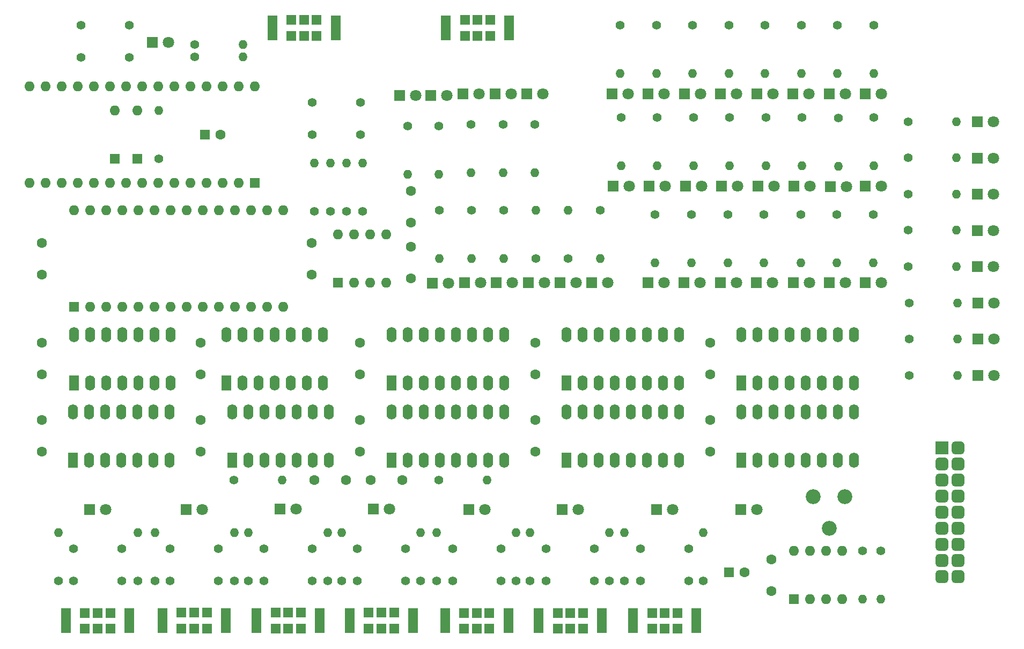
<source format=gbr>
%TF.GenerationSoftware,KiCad,Pcbnew,7.0.7*%
%TF.CreationDate,2024-09-04T09:40:29+02:00*%
%TF.ProjectId,plc14500,706c6331-3435-4303-902e-6b696361645f,rev?*%
%TF.SameCoordinates,Original*%
%TF.FileFunction,Soldermask,Bot*%
%TF.FilePolarity,Negative*%
%FSLAX46Y46*%
G04 Gerber Fmt 4.6, Leading zero omitted, Abs format (unit mm)*
G04 Created by KiCad (PCBNEW 7.0.7) date 2024-09-04 09:40:29*
%MOMM*%
%LPD*%
G01*
G04 APERTURE LIST*
G04 Aperture macros list*
%AMRoundRect*
0 Rectangle with rounded corners*
0 $1 Rounding radius*
0 $2 $3 $4 $5 $6 $7 $8 $9 X,Y pos of 4 corners*
0 Add a 4 corners polygon primitive as box body*
4,1,4,$2,$3,$4,$5,$6,$7,$8,$9,$2,$3,0*
0 Add four circle primitives for the rounded corners*
1,1,$1+$1,$2,$3*
1,1,$1+$1,$4,$5*
1,1,$1+$1,$6,$7*
1,1,$1+$1,$8,$9*
0 Add four rect primitives between the rounded corners*
20,1,$1+$1,$2,$3,$4,$5,0*
20,1,$1+$1,$4,$5,$6,$7,0*
20,1,$1+$1,$6,$7,$8,$9,0*
20,1,$1+$1,$8,$9,$2,$3,0*%
G04 Aperture macros list end*
%ADD10C,1.600000*%
%ADD11R,1.600000X1.600000*%
%ADD12C,1.800000*%
%ADD13R,1.800000X1.800000*%
%ADD14C,1.400000*%
%ADD15O,1.400000X1.400000*%
%ADD16C,2.340000*%
%ADD17R,1.524000X1.524000*%
%ADD18R,1.524000X4.000000*%
%ADD19R,1.600000X2.400000*%
%ADD20O,1.600000X2.400000*%
%ADD21O,1.600000X1.600000*%
%ADD22C,1.397000*%
%ADD23R,2.000000X2.000000*%
%ADD24RoundRect,0.500000X-0.500000X-0.500000X0.500000X-0.500000X0.500000X0.500000X-0.500000X0.500000X0*%
G04 APERTURE END LIST*
D10*
%TO.C,C3*%
X127871000Y-113030000D03*
X127871000Y-108030000D03*
%TD*%
D11*
%TO.C,C4*%
X186095000Y-132080000D03*
D10*
X188595000Y-132080000D03*
%TD*%
%TO.C,C6*%
X183122000Y-108030000D03*
X183122000Y-113030000D03*
%TD*%
D11*
%TO.C,C7*%
X103370000Y-62940000D03*
D10*
X105870000Y-62940000D03*
%TD*%
%TO.C,C8*%
X155497000Y-95805000D03*
X155497000Y-100805000D03*
%TD*%
%TO.C,C9*%
X77620000Y-85025000D03*
X77620000Y-80025000D03*
%TD*%
%TO.C,C10*%
X120220000Y-80025000D03*
X120220000Y-85025000D03*
%TD*%
%TO.C,C11*%
X135890000Y-76835000D03*
X135890000Y-71835000D03*
%TD*%
%TO.C,C12*%
X135890000Y-85645000D03*
X135890000Y-80645000D03*
%TD*%
%TO.C,C13*%
X129510000Y-117510000D03*
X134510000Y-117510000D03*
%TD*%
%TO.C,C14*%
X183122000Y-100805000D03*
X183122000Y-95805000D03*
%TD*%
%TO.C,C16*%
X127871000Y-95805000D03*
X127871000Y-100805000D03*
%TD*%
%TO.C,C17*%
X155497000Y-108030000D03*
X155497000Y-113030000D03*
%TD*%
D12*
%TO.C,D1*%
X177240000Y-122120000D03*
D13*
X174700000Y-122120000D03*
%TD*%
D12*
%TO.C,D2*%
X162340000Y-122120000D03*
D13*
X159800000Y-122120000D03*
%TD*%
D12*
%TO.C,D3*%
X147545000Y-122120000D03*
D13*
X145005000Y-122120000D03*
%TD*%
D12*
%TO.C,D4*%
X132495000Y-122080000D03*
D13*
X129955000Y-122080000D03*
%TD*%
D12*
%TO.C,D6*%
X102960000Y-122100000D03*
D13*
X100420000Y-122100000D03*
%TD*%
D12*
%TO.C,D7*%
X87705000Y-122120000D03*
D13*
X85165000Y-122120000D03*
%TD*%
D12*
%TO.C,D8*%
X190500000Y-122150000D03*
D13*
X187960000Y-122150000D03*
%TD*%
D12*
%TO.C,D9*%
X227965000Y-100965000D03*
D13*
X225425000Y-100965000D03*
%TD*%
D12*
%TO.C,D10*%
X227965000Y-95250000D03*
D13*
X225425000Y-95250000D03*
%TD*%
D12*
%TO.C,D11*%
X227965000Y-89535000D03*
D13*
X225425000Y-89535000D03*
%TD*%
D12*
%TO.C,D12*%
X227850000Y-83820000D03*
D13*
X225310000Y-83820000D03*
%TD*%
D12*
%TO.C,D13*%
X227850000Y-78105000D03*
D13*
X225310000Y-78105000D03*
%TD*%
D12*
%TO.C,D14*%
X227845000Y-72390000D03*
D13*
X225305000Y-72390000D03*
%TD*%
D12*
%TO.C,D15*%
X227850000Y-66675000D03*
D13*
X225310000Y-66675000D03*
%TD*%
D12*
%TO.C,D16*%
X227850000Y-60960000D03*
D13*
X225310000Y-60960000D03*
%TD*%
D12*
%TO.C,D17*%
X97650000Y-48380000D03*
D13*
X95110000Y-48380000D03*
%TD*%
D12*
%TO.C,D18*%
X146680000Y-56515000D03*
D13*
X144140000Y-56515000D03*
%TD*%
D12*
%TO.C,D19*%
X141600000Y-56770000D03*
D13*
X139060000Y-56770000D03*
%TD*%
D12*
%TO.C,D20*%
X210185000Y-56515000D03*
D13*
X207645000Y-56515000D03*
%TD*%
D12*
%TO.C,D21*%
X210185000Y-71120000D03*
D13*
X207645000Y-71120000D03*
%TD*%
D12*
%TO.C,D22*%
X204470000Y-56515000D03*
D13*
X201930000Y-56515000D03*
%TD*%
D12*
%TO.C,D23*%
X204615000Y-71185000D03*
D13*
X202075000Y-71185000D03*
%TD*%
D12*
%TO.C,D24*%
X198755000Y-56515000D03*
D13*
X196215000Y-56515000D03*
%TD*%
D12*
%TO.C,D25*%
X198900000Y-71120000D03*
D13*
X196360000Y-71120000D03*
%TD*%
D12*
%TO.C,D26*%
X193040000Y-56515000D03*
D13*
X190500000Y-56515000D03*
%TD*%
D12*
%TO.C,D27*%
X193190000Y-71120000D03*
D13*
X190650000Y-71120000D03*
%TD*%
D12*
%TO.C,D28*%
X156730000Y-56515000D03*
D13*
X154190000Y-56515000D03*
%TD*%
D12*
%TO.C,D29*%
X187325000Y-56515000D03*
D13*
X184785000Y-56515000D03*
%TD*%
D12*
%TO.C,D30*%
X187475000Y-71120000D03*
D13*
X184935000Y-71120000D03*
%TD*%
D12*
%TO.C,D31*%
X181610000Y-56515000D03*
D13*
X179070000Y-56515000D03*
%TD*%
D12*
%TO.C,D32*%
X181760000Y-71120000D03*
D13*
X179220000Y-71120000D03*
%TD*%
D12*
%TO.C,D33*%
X151760000Y-56515000D03*
D13*
X149220000Y-56515000D03*
%TD*%
D12*
%TO.C,D34*%
X175895000Y-56515000D03*
D13*
X173355000Y-56515000D03*
%TD*%
D12*
%TO.C,D35*%
X176045000Y-71120000D03*
D13*
X173505000Y-71120000D03*
%TD*%
D12*
%TO.C,D36*%
X170180000Y-56515000D03*
D13*
X167640000Y-56515000D03*
%TD*%
D12*
%TO.C,D37*%
X170325000Y-71120000D03*
D13*
X167785000Y-71120000D03*
%TD*%
D12*
%TO.C,D38*%
X136690000Y-56770000D03*
D13*
X134150000Y-56770000D03*
%TD*%
D12*
%TO.C,D39*%
X141830000Y-86380000D03*
D13*
X139290000Y-86380000D03*
%TD*%
D12*
%TO.C,D41*%
X146865000Y-86360000D03*
D13*
X144325000Y-86360000D03*
%TD*%
D12*
%TO.C,D42*%
X151900000Y-86360000D03*
D13*
X149360000Y-86360000D03*
%TD*%
D12*
%TO.C,D43*%
X210185000Y-86360000D03*
D13*
X207645000Y-86360000D03*
%TD*%
D12*
%TO.C,D44*%
X204481000Y-86349300D03*
D13*
X201941000Y-86349300D03*
%TD*%
D12*
%TO.C,D45*%
X198778000Y-86349300D03*
D13*
X196238000Y-86349300D03*
%TD*%
D12*
%TO.C,D46*%
X192985000Y-86360000D03*
D13*
X190445000Y-86360000D03*
%TD*%
D12*
%TO.C,D47*%
X187270000Y-86360000D03*
D13*
X184730000Y-86360000D03*
%TD*%
D12*
%TO.C,D48*%
X181555000Y-86360000D03*
D13*
X179015000Y-86360000D03*
%TD*%
D14*
%TO.C,R1*%
X182035000Y-133410000D03*
D15*
X182035000Y-125790000D03*
%TD*%
D14*
%TO.C,R2*%
X167188000Y-133410000D03*
D15*
X167188000Y-125790000D03*
%TD*%
D14*
%TO.C,R3*%
X152447000Y-133410000D03*
D15*
X152447000Y-125790000D03*
%TD*%
D14*
%TO.C,R4*%
X137450000Y-133370000D03*
D15*
X137450000Y-125750000D03*
%TD*%
D14*
%TO.C,R5*%
X169575000Y-133410000D03*
D15*
X169575000Y-125790000D03*
%TD*%
D14*
%TO.C,R6*%
X154711700Y-133410000D03*
D15*
X154711700Y-125790000D03*
%TD*%
D14*
%TO.C,R7*%
X139953000Y-133410000D03*
D15*
X139953000Y-125790000D03*
%TD*%
D14*
%TO.C,R8*%
X124940000Y-133370000D03*
D15*
X124940000Y-125750000D03*
%TD*%
D14*
%TO.C,R9*%
X122803000Y-133370000D03*
D15*
X122803000Y-125750000D03*
%TD*%
D14*
%TO.C,R10*%
X108022000Y-133390000D03*
D15*
X108022000Y-125770000D03*
%TD*%
D14*
%TO.C,R12*%
X110277000Y-133370000D03*
D15*
X110277000Y-125750000D03*
%TD*%
D14*
%TO.C,R13*%
X95478000Y-133390000D03*
D15*
X95478000Y-125770000D03*
%TD*%
D14*
%TO.C,R14*%
X80260000Y-133410000D03*
D15*
X80260000Y-125790000D03*
%TD*%
D14*
%TO.C,R15*%
X210090000Y-128685000D03*
D15*
X210090000Y-136305000D03*
%TD*%
D14*
%TO.C,R16*%
X207180000Y-128685000D03*
D15*
X207180000Y-136305000D03*
%TD*%
D14*
%TO.C,R17*%
X214515000Y-100965000D03*
D15*
X222135000Y-100965000D03*
%TD*%
D14*
%TO.C,R18*%
X214515000Y-95240000D03*
D15*
X222135000Y-95240000D03*
%TD*%
D14*
%TO.C,R19*%
X214515000Y-89515000D03*
D15*
X222135000Y-89515000D03*
%TD*%
D14*
%TO.C,R20*%
X214400000Y-83790000D03*
D15*
X222020000Y-83790000D03*
%TD*%
D14*
%TO.C,R21*%
X214400000Y-78065000D03*
D15*
X222020000Y-78065000D03*
%TD*%
D14*
%TO.C,R23*%
X214395000Y-72340000D03*
D15*
X222015000Y-72340000D03*
%TD*%
D14*
%TO.C,R24*%
X214400000Y-66615000D03*
D15*
X222020000Y-66615000D03*
%TD*%
D14*
%TO.C,R25*%
X214390000Y-60890000D03*
D15*
X222010000Y-60890000D03*
%TD*%
D14*
%TO.C,R26*%
X101780000Y-48700000D03*
D15*
X109400000Y-48700000D03*
%TD*%
D14*
%TO.C,R27*%
X101800000Y-50710000D03*
D15*
X109420000Y-50710000D03*
%TD*%
D14*
%TO.C,R30*%
X120650000Y-75040000D03*
D15*
X120650000Y-67420000D03*
%TD*%
D14*
%TO.C,R31*%
X123190000Y-75040000D03*
D15*
X123190000Y-67420000D03*
%TD*%
D14*
%TO.C,R32*%
X208920000Y-45705000D03*
D15*
X208920000Y-53325000D03*
%TD*%
D14*
%TO.C,R33*%
X208920000Y-60260000D03*
D15*
X208920000Y-67880000D03*
%TD*%
D14*
%TO.C,R34*%
X203205000Y-45705000D03*
D15*
X203205000Y-53325000D03*
%TD*%
D14*
%TO.C,R35*%
X203350000Y-60325000D03*
D15*
X203350000Y-67945000D03*
%TD*%
D14*
%TO.C,R36*%
X197490000Y-45705000D03*
D15*
X197490000Y-53325000D03*
%TD*%
D14*
%TO.C,R37*%
X197635000Y-60260000D03*
D15*
X197635000Y-67880000D03*
%TD*%
D14*
%TO.C,R38*%
X191775000Y-45705000D03*
D15*
X191775000Y-53325000D03*
%TD*%
D14*
%TO.C,R39*%
X191925000Y-60260000D03*
D15*
X191925000Y-67880000D03*
%TD*%
D14*
%TO.C,R41*%
X186060000Y-45705000D03*
D15*
X186060000Y-53325000D03*
%TD*%
D14*
%TO.C,R42*%
X186210000Y-60260000D03*
D15*
X186210000Y-67880000D03*
%TD*%
D14*
%TO.C,R43*%
X180345000Y-45705000D03*
D15*
X180345000Y-53325000D03*
%TD*%
D14*
%TO.C,R44*%
X180495000Y-60260000D03*
D15*
X180495000Y-67880000D03*
%TD*%
D14*
%TO.C,R46*%
X174630000Y-45705000D03*
D15*
X174630000Y-53325000D03*
%TD*%
D14*
%TO.C,R47*%
X174780000Y-60260000D03*
D15*
X174780000Y-67880000D03*
%TD*%
D14*
%TO.C,R48*%
X168915000Y-45705000D03*
D15*
X168915000Y-53325000D03*
%TD*%
D14*
%TO.C,R50*%
X125730000Y-75040000D03*
D15*
X125730000Y-67420000D03*
%TD*%
D14*
%TO.C,R51*%
X128270000Y-75040000D03*
D15*
X128270000Y-67420000D03*
%TD*%
D14*
%TO.C,R52*%
X135425000Y-61595000D03*
D15*
X135425000Y-69215000D03*
%TD*%
D14*
%TO.C,R53*%
X155580000Y-82539300D03*
D15*
X155580000Y-74919300D03*
%TD*%
D14*
%TO.C,R55*%
X140340000Y-74930000D03*
D15*
X140340000Y-82550000D03*
%TD*%
D14*
%TO.C,R57*%
X145420000Y-74930000D03*
D15*
X145420000Y-82550000D03*
%TD*%
D14*
%TO.C,R58*%
X150500000Y-74930000D03*
D15*
X150500000Y-82550000D03*
%TD*%
D14*
%TO.C,R60*%
X208860000Y-75575700D03*
D15*
X208860000Y-83195700D03*
%TD*%
D14*
%TO.C,R61*%
X203145000Y-75565000D03*
D15*
X203145000Y-83185000D03*
%TD*%
D14*
%TO.C,R62*%
X197430000Y-75565000D03*
D15*
X197430000Y-83185000D03*
%TD*%
D14*
%TO.C,R63*%
X191626000Y-75575700D03*
D15*
X191626000Y-83195700D03*
%TD*%
D14*
%TO.C,R64*%
X185899000Y-75575700D03*
D15*
X185899000Y-83195700D03*
%TD*%
D14*
%TO.C,R65*%
X180173000Y-75575700D03*
D15*
X180173000Y-83195700D03*
%TD*%
D14*
%TO.C,R66*%
X174446000Y-75575700D03*
D15*
X174446000Y-83195700D03*
%TD*%
D16*
%TO.C,RV1*%
X204430000Y-120095000D03*
X201930000Y-125095000D03*
X199430000Y-120095000D03*
%TD*%
D17*
%TO.C,S6*%
X159075000Y-140950000D03*
X161075000Y-140950000D03*
X163075000Y-140950000D03*
X159075000Y-138450000D03*
X161075000Y-138450000D03*
X163075000Y-138450000D03*
D18*
X156075000Y-139700000D03*
X166075000Y-139700000D03*
%TD*%
D17*
%TO.C,S7*%
X144280000Y-140950000D03*
X146280000Y-140950000D03*
X148280000Y-140950000D03*
X144280000Y-138450000D03*
X146280000Y-138450000D03*
X148280000Y-138450000D03*
D18*
X141280000Y-139700000D03*
X151280000Y-139700000D03*
%TD*%
D17*
%TO.C,S8*%
X129230000Y-140910000D03*
X131230000Y-140910000D03*
X133230000Y-140910000D03*
X129230000Y-138410000D03*
X131230000Y-138410000D03*
X133230000Y-138410000D03*
D18*
X126230000Y-139660000D03*
X136230000Y-139660000D03*
%TD*%
D17*
%TO.C,S13*%
X99695000Y-140930000D03*
X101695000Y-140930000D03*
X103695000Y-140930000D03*
X99695000Y-138430000D03*
X101695000Y-138430000D03*
X103695000Y-138430000D03*
D18*
X96695000Y-139680000D03*
X106695000Y-139680000D03*
%TD*%
D17*
%TO.C,S14*%
X84440000Y-140950000D03*
X86440000Y-140950000D03*
X88440000Y-140950000D03*
X84440000Y-138450000D03*
X86440000Y-138450000D03*
X88440000Y-138450000D03*
D18*
X81440000Y-139700000D03*
X91440000Y-139700000D03*
%TD*%
D17*
%TO.C,S16*%
X121010000Y-44880000D03*
X119010000Y-44880000D03*
X117010000Y-44880000D03*
X121010000Y-47380000D03*
X119010000Y-47380000D03*
X117010000Y-47380000D03*
D18*
X124010000Y-46130000D03*
X114010000Y-46130000D03*
%TD*%
D17*
%TO.C,S18*%
X148420000Y-44860000D03*
X146420000Y-44860000D03*
X144420000Y-44860000D03*
X148420000Y-47360000D03*
X146420000Y-47360000D03*
X144420000Y-47360000D03*
D18*
X151420000Y-46110000D03*
X141420000Y-46110000D03*
%TD*%
D19*
%TO.C,U2*%
X132809000Y-114355000D03*
D20*
X135349000Y-114355000D03*
X137889000Y-114355000D03*
X140429000Y-114355000D03*
X142969000Y-114355000D03*
X145509000Y-114355000D03*
X148049000Y-114355000D03*
X150589000Y-114355000D03*
X150589000Y-106735000D03*
X148049000Y-106735000D03*
X145509000Y-106735000D03*
X142969000Y-106735000D03*
X140429000Y-106735000D03*
X137889000Y-106735000D03*
X135349000Y-106735000D03*
X132809000Y-106735000D03*
%TD*%
D19*
%TO.C,U5*%
X188060000Y-114355000D03*
D20*
X190600000Y-114355000D03*
X193140000Y-114355000D03*
X195680000Y-114355000D03*
X198220000Y-114355000D03*
X200760000Y-114355000D03*
X203300000Y-114355000D03*
X205840000Y-114355000D03*
X205840000Y-106735000D03*
X203300000Y-106735000D03*
X200760000Y-106735000D03*
X198220000Y-106735000D03*
X195680000Y-106735000D03*
X193140000Y-106735000D03*
X190600000Y-106735000D03*
X188060000Y-106735000D03*
%TD*%
D19*
%TO.C,U7*%
X160434000Y-102130000D03*
D20*
X162974000Y-102130000D03*
X165514000Y-102130000D03*
X168054000Y-102130000D03*
X170594000Y-102130000D03*
X173134000Y-102130000D03*
X175674000Y-102130000D03*
X178214000Y-102130000D03*
X178214000Y-94510000D03*
X175674000Y-94510000D03*
X173134000Y-94510000D03*
X170594000Y-94510000D03*
X168054000Y-94510000D03*
X165514000Y-94510000D03*
X162974000Y-94510000D03*
X160434000Y-94510000D03*
%TD*%
D11*
%TO.C,U8*%
X82690000Y-90150000D03*
D21*
X85230000Y-90150000D03*
X87770000Y-90150000D03*
X90310000Y-90150000D03*
X92850000Y-90150000D03*
X95390000Y-90150000D03*
X97930000Y-90150000D03*
X100470000Y-90150000D03*
X103010000Y-90150000D03*
X105550000Y-90150000D03*
X108090000Y-90150000D03*
X110630000Y-90150000D03*
X113170000Y-90150000D03*
X115710000Y-90150000D03*
X115710000Y-74910000D03*
X113170000Y-74910000D03*
X110630000Y-74910000D03*
X108090000Y-74910000D03*
X105550000Y-74910000D03*
X103010000Y-74910000D03*
X100470000Y-74910000D03*
X97930000Y-74910000D03*
X95390000Y-74910000D03*
X92850000Y-74910000D03*
X90310000Y-74910000D03*
X87770000Y-74910000D03*
X85230000Y-74910000D03*
X82690000Y-74910000D03*
%TD*%
D11*
%TO.C,U9*%
X124350000Y-86325000D03*
D21*
X126890000Y-86325000D03*
X129430000Y-86325000D03*
X131970000Y-86325000D03*
X131970000Y-78705000D03*
X129430000Y-78705000D03*
X126890000Y-78705000D03*
X124350000Y-78705000D03*
%TD*%
D19*
%TO.C,U10*%
X188060000Y-102130000D03*
D20*
X190600000Y-102130000D03*
X193140000Y-102130000D03*
X195680000Y-102130000D03*
X198220000Y-102130000D03*
X200760000Y-102130000D03*
X203300000Y-102130000D03*
X205840000Y-102130000D03*
X205840000Y-94510000D03*
X203300000Y-94510000D03*
X200760000Y-94510000D03*
X198220000Y-94510000D03*
X195680000Y-94510000D03*
X193140000Y-94510000D03*
X190600000Y-94510000D03*
X188060000Y-94510000D03*
%TD*%
D19*
%TO.C,U13*%
X132809000Y-102130000D03*
D20*
X135349000Y-102130000D03*
X137889000Y-102130000D03*
X140429000Y-102130000D03*
X142969000Y-102130000D03*
X145509000Y-102130000D03*
X148049000Y-102130000D03*
X150589000Y-102130000D03*
X150589000Y-94510000D03*
X148049000Y-94510000D03*
X145509000Y-94510000D03*
X142969000Y-94510000D03*
X140429000Y-94510000D03*
X137889000Y-94510000D03*
X135349000Y-94510000D03*
X132809000Y-94510000D03*
%TD*%
D19*
%TO.C,U14*%
X160434000Y-114355000D03*
D20*
X162974000Y-114355000D03*
X165514000Y-114355000D03*
X168054000Y-114355000D03*
X170594000Y-114355000D03*
X173134000Y-114355000D03*
X175674000Y-114355000D03*
X178214000Y-114355000D03*
X178214000Y-106735000D03*
X175674000Y-106735000D03*
X173134000Y-106735000D03*
X170594000Y-106735000D03*
X168054000Y-106735000D03*
X165514000Y-106735000D03*
X162974000Y-106735000D03*
X160434000Y-106735000D03*
%TD*%
D17*
%TO.C,S12*%
X114530000Y-140910000D03*
X116530000Y-140910000D03*
X118530000Y-140910000D03*
X114530000Y-138410000D03*
X116530000Y-138410000D03*
X118530000Y-138410000D03*
D18*
X111530000Y-139660000D03*
X121530000Y-139660000D03*
%TD*%
D12*
%TO.C,D5*%
X117795000Y-122080000D03*
D13*
X115255000Y-122080000D03*
%TD*%
D17*
%TO.C,S5*%
X173975000Y-140950000D03*
X175975000Y-140950000D03*
X177975000Y-140950000D03*
X173975000Y-138450000D03*
X175975000Y-138450000D03*
X177975000Y-138450000D03*
D18*
X170975000Y-139700000D03*
X180975000Y-139700000D03*
%TD*%
D14*
%TO.C,R11*%
X92820000Y-133410000D03*
D15*
X92820000Y-125790000D03*
%TD*%
D19*
%TO.C,U3*%
X107683000Y-114355000D03*
D20*
X110223000Y-114355000D03*
X112763000Y-114355000D03*
X115303000Y-114355000D03*
X117843000Y-114355000D03*
X120383000Y-114355000D03*
X122923000Y-114355000D03*
X122923000Y-106735000D03*
X120383000Y-106735000D03*
X117843000Y-106735000D03*
X115303000Y-106735000D03*
X112763000Y-106735000D03*
X110223000Y-106735000D03*
X107683000Y-106735000D03*
%TD*%
D10*
%TO.C,C1*%
X77620000Y-113030000D03*
X77620000Y-108030000D03*
%TD*%
%TO.C,C2*%
X102746000Y-113030000D03*
X102746000Y-108030000D03*
%TD*%
D19*
%TO.C,U11*%
X82690000Y-102130000D03*
D20*
X85230000Y-102130000D03*
X87770000Y-102130000D03*
X90310000Y-102130000D03*
X92850000Y-102130000D03*
X95390000Y-102130000D03*
X97930000Y-102130000D03*
X97930000Y-94510000D03*
X95390000Y-94510000D03*
X92850000Y-94510000D03*
X90310000Y-94510000D03*
X87770000Y-94510000D03*
X85230000Y-94510000D03*
X82690000Y-94510000D03*
%TD*%
D10*
%TO.C,C19*%
X102746000Y-100805000D03*
X102746000Y-95805000D03*
%TD*%
%TO.C,C18*%
X77620000Y-100805000D03*
X77620000Y-95805000D03*
%TD*%
D19*
%TO.C,U12*%
X106780000Y-102130000D03*
D20*
X109320000Y-102130000D03*
X111860000Y-102130000D03*
X114400000Y-102130000D03*
X116940000Y-102130000D03*
X119480000Y-102130000D03*
X122020000Y-102130000D03*
X122020000Y-94510000D03*
X119480000Y-94510000D03*
X116940000Y-94510000D03*
X114400000Y-94510000D03*
X111860000Y-94510000D03*
X109320000Y-94510000D03*
X106780000Y-94510000D03*
%TD*%
D19*
%TO.C,U1*%
X82557800Y-114355000D03*
D20*
X85097800Y-114355000D03*
X87637800Y-114355000D03*
X90177800Y-114355000D03*
X92717800Y-114355000D03*
X95257800Y-114355000D03*
X97797800Y-114355000D03*
X97797800Y-106735000D03*
X95257800Y-106735000D03*
X92717800Y-106735000D03*
X90177800Y-106735000D03*
X87637800Y-106735000D03*
X85097800Y-106735000D03*
X82557800Y-106735000D03*
%TD*%
D10*
%TO.C,C5*%
X192790000Y-129995000D03*
X192790000Y-134995000D03*
%TD*%
D11*
%TO.C,U4*%
X196330000Y-136295000D03*
D21*
X198870000Y-136295000D03*
X201410000Y-136295000D03*
X203950000Y-136295000D03*
X203950000Y-128675000D03*
X201410000Y-128675000D03*
X198870000Y-128675000D03*
X196330000Y-128675000D03*
%TD*%
D14*
%TO.C,R49*%
X169060000Y-60260000D03*
D15*
X169060000Y-67880000D03*
%TD*%
D12*
%TO.C,D49*%
X175840000Y-86360000D03*
D13*
X173300000Y-86360000D03*
%TD*%
D14*
%TO.C,R45*%
X150495000Y-61340000D03*
D15*
X150495000Y-68960000D03*
%TD*%
D14*
%TO.C,R40*%
X155465000Y-61340000D03*
D15*
X155465000Y-68960000D03*
%TD*%
D14*
%TO.C,R28*%
X145415000Y-61340000D03*
D15*
X145415000Y-68960000D03*
%TD*%
D14*
%TO.C,R29*%
X140335000Y-61595000D03*
D15*
X140335000Y-69215000D03*
%TD*%
D11*
%TO.C,D40*%
X89185000Y-66750000D03*
D21*
X89185000Y-59130000D03*
%TD*%
D11*
%TO.C,D51*%
X92735000Y-66750000D03*
D21*
X92735000Y-59130000D03*
%TD*%
D14*
%TO.C,R54*%
X96085000Y-66750000D03*
D15*
X96085000Y-59130000D03*
%TD*%
D22*
%TO.C,S1*%
X172165000Y-128350000D03*
X179785000Y-128350000D03*
X172165000Y-133430000D03*
X179785000Y-133430000D03*
%TD*%
%TO.C,S2*%
X157265000Y-128350000D03*
X164885000Y-128350000D03*
X157265000Y-133430000D03*
X164885000Y-133430000D03*
%TD*%
%TO.C,S3*%
X142470000Y-128350000D03*
X150090000Y-128350000D03*
X142470000Y-133430000D03*
X150090000Y-133430000D03*
%TD*%
%TO.C,S4*%
X127420000Y-128310000D03*
X135040000Y-128310000D03*
X127420000Y-133390000D03*
X135040000Y-133390000D03*
%TD*%
%TO.C,S9*%
X112720000Y-128310000D03*
X120340000Y-128310000D03*
X112720000Y-133390000D03*
X120340000Y-133390000D03*
%TD*%
%TO.C,S10*%
X97885000Y-128330000D03*
X105505000Y-128330000D03*
X97885000Y-133410000D03*
X105505000Y-133410000D03*
%TD*%
%TO.C,S11*%
X82630000Y-128350000D03*
X90250000Y-128350000D03*
X82630000Y-133430000D03*
X90250000Y-133430000D03*
%TD*%
%TO.C,S15*%
X83840000Y-45690000D03*
X91460000Y-45690000D03*
X83840000Y-50770000D03*
X91460000Y-50770000D03*
%TD*%
%TO.C,S17*%
X120350000Y-57840000D03*
X127970000Y-57840000D03*
X120350000Y-62920000D03*
X127970000Y-62920000D03*
%TD*%
D14*
%TO.C,R22*%
X140335000Y-117475000D03*
D15*
X147955000Y-117475000D03*
%TD*%
D10*
%TO.C,C15*%
X120650000Y-117475000D03*
X125650000Y-117475000D03*
%TD*%
D14*
%TO.C,R67*%
X165740000Y-74919300D03*
D15*
X165740000Y-82539300D03*
%TD*%
D12*
%TO.C,D53*%
X167005000Y-86360000D03*
D13*
X164465000Y-86360000D03*
%TD*%
D14*
%TO.C,R59*%
X107950000Y-117475000D03*
D15*
X115570000Y-117475000D03*
%TD*%
D12*
%TO.C,D50*%
X156935000Y-86360000D03*
D13*
X154395000Y-86360000D03*
%TD*%
D23*
%TO.C,J1*%
X219710000Y-112395000D03*
D24*
X219710000Y-114935000D03*
X219710000Y-117475000D03*
X219710000Y-120015000D03*
X219710000Y-122555000D03*
X219710000Y-125095000D03*
X219710000Y-127635000D03*
X219710000Y-130175000D03*
X219710000Y-132715000D03*
X222250000Y-132715000D03*
X222250000Y-130175000D03*
X222250000Y-127635000D03*
X222250000Y-125095000D03*
X222250000Y-122555000D03*
X222250000Y-120015000D03*
X222250000Y-117475000D03*
X222250000Y-114935000D03*
X222250000Y-112395000D03*
%TD*%
D12*
%TO.C,D52*%
X161970000Y-86360000D03*
D13*
X159430000Y-86360000D03*
%TD*%
D14*
%TO.C,R56*%
X160660000Y-82539300D03*
D15*
X160660000Y-74919300D03*
%TD*%
D11*
%TO.C,U6*%
X111250000Y-70550000D03*
D21*
X108710000Y-70550000D03*
X106170000Y-70550000D03*
X103630000Y-70550000D03*
X101090000Y-70550000D03*
X98550000Y-70550000D03*
X96010000Y-70550000D03*
X93470000Y-70550000D03*
X90930000Y-70550000D03*
X88390000Y-70550000D03*
X85850000Y-70550000D03*
X83310000Y-70550000D03*
X80770000Y-70550000D03*
X78230000Y-70550000D03*
X75690000Y-70550000D03*
X75690000Y-55310000D03*
X78230000Y-55310000D03*
X80770000Y-55310000D03*
X83310000Y-55310000D03*
X85850000Y-55310000D03*
X88390000Y-55310000D03*
X90930000Y-55310000D03*
X93470000Y-55310000D03*
X96010000Y-55310000D03*
X98550000Y-55310000D03*
X101090000Y-55310000D03*
X103630000Y-55310000D03*
X106170000Y-55310000D03*
X108710000Y-55310000D03*
X111250000Y-55310000D03*
%TD*%
M02*

</source>
